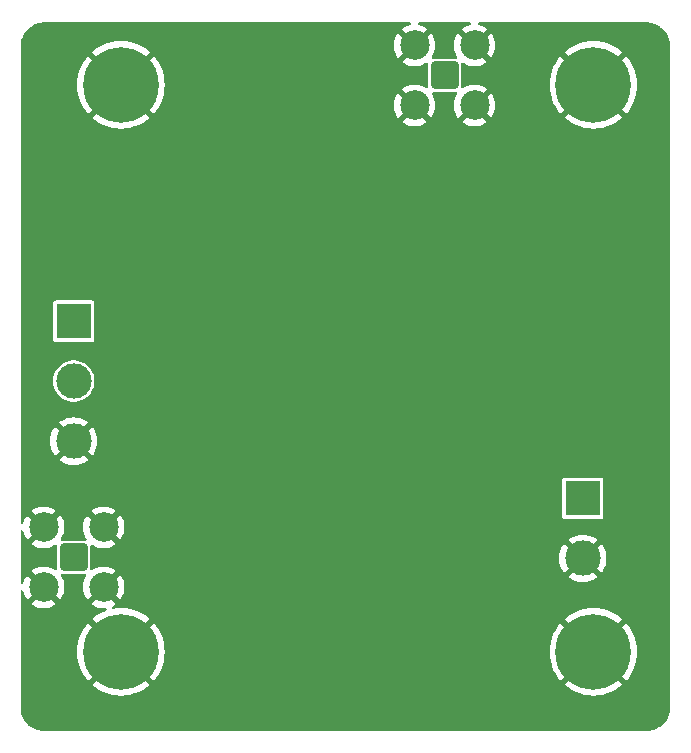
<source format=gbr>
%TF.GenerationSoftware,KiCad,Pcbnew,7.0.6*%
%TF.CreationDate,2023-07-22T11:20:37-03:00*%
%TF.ProjectId,MiniAsic_2020,4d696e69-4173-4696-935f-323032302e6b,rev?*%
%TF.SameCoordinates,Original*%
%TF.FileFunction,Copper,L2,Bot*%
%TF.FilePolarity,Positive*%
%FSLAX46Y46*%
G04 Gerber Fmt 4.6, Leading zero omitted, Abs format (unit mm)*
G04 Created by KiCad (PCBNEW 7.0.6) date 2023-07-22 11:20:37*
%MOMM*%
%LPD*%
G01*
G04 APERTURE LIST*
G04 Aperture macros list*
%AMRoundRect*
0 Rectangle with rounded corners*
0 $1 Rounding radius*
0 $2 $3 $4 $5 $6 $7 $8 $9 X,Y pos of 4 corners*
0 Add a 4 corners polygon primitive as box body*
4,1,4,$2,$3,$4,$5,$6,$7,$8,$9,$2,$3,0*
0 Add four circle primitives for the rounded corners*
1,1,$1+$1,$2,$3*
1,1,$1+$1,$4,$5*
1,1,$1+$1,$6,$7*
1,1,$1+$1,$8,$9*
0 Add four rect primitives between the rounded corners*
20,1,$1+$1,$2,$3,$4,$5,0*
20,1,$1+$1,$4,$5,$6,$7,0*
20,1,$1+$1,$6,$7,$8,$9,0*
20,1,$1+$1,$8,$9,$2,$3,0*%
G04 Aperture macros list end*
%TA.AperFunction,ComponentPad*%
%ADD10RoundRect,0.200100X0.949900X-0.949900X0.949900X0.949900X-0.949900X0.949900X-0.949900X-0.949900X0*%
%TD*%
%TA.AperFunction,ComponentPad*%
%ADD11C,2.500000*%
%TD*%
%TA.AperFunction,ComponentPad*%
%ADD12C,0.800000*%
%TD*%
%TA.AperFunction,ComponentPad*%
%ADD13C,6.400000*%
%TD*%
%TA.AperFunction,ComponentPad*%
%ADD14RoundRect,0.200100X-0.949900X-0.949900X0.949900X-0.949900X0.949900X0.949900X-0.949900X0.949900X0*%
%TD*%
%TA.AperFunction,ComponentPad*%
%ADD15R,3.000000X3.000000*%
%TD*%
%TA.AperFunction,ComponentPad*%
%ADD16C,3.000000*%
%TD*%
%TA.AperFunction,ViaPad*%
%ADD17C,0.700000*%
%TD*%
G04 APERTURE END LIST*
D10*
%TO.P,J3,1,In*%
%TO.N,Net-(J3-In)*%
X124500000Y-105300000D03*
D11*
%TO.P,J3,2,Ext*%
%TO.N,GND*%
X121960000Y-107840000D03*
X127040000Y-107840000D03*
X121960000Y-102760000D03*
X127040000Y-102760000D03*
%TD*%
D12*
%TO.P,H3,1,1*%
%TO.N,GND*%
X126100000Y-113300000D03*
X126802944Y-111602944D03*
X126802944Y-114997056D03*
X128500000Y-110900000D03*
D13*
X128500000Y-113300000D03*
D12*
X128500000Y-115700000D03*
X130197056Y-111602944D03*
X130197056Y-114997056D03*
X130900000Y-113300000D03*
%TD*%
D14*
%TO.P,J4,1,In*%
%TO.N,Net-(J4-In)*%
X155900000Y-64500000D03*
D11*
%TO.P,J4,2,Ext*%
%TO.N,GND*%
X153360000Y-61960000D03*
X153360000Y-67040000D03*
X158440000Y-61960000D03*
X158440000Y-67040000D03*
%TD*%
D12*
%TO.P,H1,1,1*%
%TO.N,GND*%
X126100000Y-65300000D03*
X126802944Y-63602944D03*
X126802944Y-66997056D03*
X128500000Y-62900000D03*
D13*
X128500000Y-65300000D03*
D12*
X128500000Y-67700000D03*
X130197056Y-63602944D03*
X130197056Y-66997056D03*
X130900000Y-65300000D03*
%TD*%
D15*
%TO.P,J2,1,Pin_1*%
%TO.N,+3V3*%
X167600000Y-100300000D03*
D16*
%TO.P,J2,2,Pin_2*%
%TO.N,GND*%
X167600000Y-105380000D03*
%TD*%
D15*
%TO.P,J1,1,Pin_1*%
%TO.N,/VG*%
X124500000Y-85300000D03*
D16*
%TO.P,J1,2,Pin_2*%
%TO.N,+1V8*%
X124500000Y-90380000D03*
%TO.P,J1,3,Pin_3*%
%TO.N,GND*%
X124500000Y-95460000D03*
%TD*%
D12*
%TO.P,H2,1,1*%
%TO.N,GND*%
X166100000Y-65300000D03*
X166802944Y-63602944D03*
X166802944Y-66997056D03*
X168500000Y-62900000D03*
D13*
X168500000Y-65300000D03*
D12*
X168500000Y-67700000D03*
X170197056Y-63602944D03*
X170197056Y-66997056D03*
X170900000Y-65300000D03*
%TD*%
%TO.P,H4,1,1*%
%TO.N,GND*%
X166100000Y-113300000D03*
X166802944Y-111602944D03*
X166802944Y-114997056D03*
X168500000Y-110900000D03*
D13*
X168500000Y-113300000D03*
D12*
X168500000Y-115700000D03*
X170197056Y-111602944D03*
X170197056Y-114997056D03*
X170900000Y-113300000D03*
%TD*%
D17*
%TO.N,GND*%
X172500000Y-85300000D03*
X172500000Y-61300000D03*
X140500000Y-61300000D03*
X148500000Y-69300000D03*
X148500000Y-101300000D03*
X132500000Y-109300000D03*
X124500000Y-69300000D03*
X164500000Y-117300000D03*
X148500000Y-109300000D03*
X140500000Y-117300000D03*
X172500000Y-69300000D03*
X140500000Y-101300000D03*
X132500000Y-101300000D03*
X164500000Y-93300000D03*
X172500000Y-109300000D03*
X132500000Y-93300000D03*
X140500000Y-93300000D03*
X164500000Y-69300000D03*
X148500000Y-85300000D03*
X164500000Y-101300000D03*
X172500000Y-101300000D03*
X164500000Y-61300000D03*
X164500000Y-85300000D03*
X140500000Y-77300000D03*
X124500000Y-77300000D03*
X140500000Y-69300000D03*
X164500000Y-109300000D03*
X172500000Y-77300000D03*
X148500000Y-61300000D03*
X140500000Y-109300000D03*
X124500000Y-61300000D03*
X172500000Y-93300000D03*
X172500000Y-117300000D03*
X132500000Y-69300000D03*
X140500000Y-85300000D03*
X124500000Y-101300000D03*
X132500000Y-77300000D03*
X132500000Y-61300000D03*
X132500000Y-117300000D03*
X148500000Y-93300000D03*
X156500000Y-109300000D03*
X164500000Y-77300000D03*
X124500000Y-117300000D03*
X148500000Y-117300000D03*
X148500000Y-77300000D03*
X124500000Y-109300000D03*
X156500000Y-117300000D03*
%TD*%
%TA.AperFunction,Conductor*%
%TO.N,GND*%
G36*
X170356421Y-114802868D02*
G01*
X170294601Y-114761561D01*
X170221680Y-114747056D01*
X170172432Y-114747056D01*
X170099511Y-114761561D01*
X170016816Y-114816816D01*
X169961561Y-114899511D01*
X169942158Y-114997056D01*
X169961561Y-115094601D01*
X170002867Y-115156420D01*
X169444180Y-114597733D01*
X169634870Y-114434870D01*
X169797733Y-114244180D01*
X170356421Y-114802868D01*
G37*
%TD.AperFunction*%
%TA.AperFunction,Conductor*%
G36*
X167365130Y-114434870D02*
G01*
X167555819Y-114597733D01*
X166997135Y-115156416D01*
X167038439Y-115094601D01*
X167057842Y-114997056D01*
X167038439Y-114899511D01*
X166983184Y-114816816D01*
X166900489Y-114761561D01*
X166827568Y-114747056D01*
X166778320Y-114747056D01*
X166705399Y-114761561D01*
X166643577Y-114802868D01*
X167202266Y-114244180D01*
X167365130Y-114434870D01*
G37*
%TD.AperFunction*%
%TA.AperFunction,Conductor*%
G36*
X167555819Y-112002266D02*
G01*
X167365130Y-112165130D01*
X167202266Y-112355818D01*
X166643582Y-111797134D01*
X166705399Y-111838439D01*
X166778320Y-111852944D01*
X166827568Y-111852944D01*
X166900489Y-111838439D01*
X166983184Y-111783184D01*
X167038439Y-111700489D01*
X167057842Y-111602944D01*
X167038439Y-111505399D01*
X166997133Y-111443581D01*
X167555819Y-112002266D01*
G37*
%TD.AperFunction*%
%TA.AperFunction,Conductor*%
G36*
X169961561Y-111505399D02*
G01*
X169942158Y-111602944D01*
X169961561Y-111700489D01*
X170016816Y-111783184D01*
X170099511Y-111838439D01*
X170172432Y-111852944D01*
X170221680Y-111852944D01*
X170294601Y-111838439D01*
X170356415Y-111797135D01*
X169797732Y-112355818D01*
X169634870Y-112165130D01*
X169444180Y-112002266D01*
X170002867Y-111443578D01*
X169961561Y-111505399D01*
G37*
%TD.AperFunction*%
%TA.AperFunction,Conductor*%
G36*
X130356421Y-66802868D02*
G01*
X130294601Y-66761561D01*
X130221680Y-66747056D01*
X130172432Y-66747056D01*
X130099511Y-66761561D01*
X130016816Y-66816816D01*
X129961561Y-66899511D01*
X129942158Y-66997056D01*
X129961561Y-67094601D01*
X130002867Y-67156420D01*
X129444180Y-66597733D01*
X129634870Y-66434870D01*
X129797733Y-66244180D01*
X130356421Y-66802868D01*
G37*
%TD.AperFunction*%
%TA.AperFunction,Conductor*%
G36*
X127365130Y-66434870D02*
G01*
X127555819Y-66597733D01*
X126997135Y-67156416D01*
X127038439Y-67094601D01*
X127057842Y-66997056D01*
X127038439Y-66899511D01*
X126983184Y-66816816D01*
X126900489Y-66761561D01*
X126827568Y-66747056D01*
X126778320Y-66747056D01*
X126705399Y-66761561D01*
X126643577Y-66802868D01*
X127202266Y-66244180D01*
X127365130Y-66434870D01*
G37*
%TD.AperFunction*%
%TA.AperFunction,Conductor*%
G36*
X127555819Y-64002266D02*
G01*
X127365130Y-64165130D01*
X127202266Y-64355818D01*
X126643582Y-63797134D01*
X126705399Y-63838439D01*
X126778320Y-63852944D01*
X126827568Y-63852944D01*
X126900489Y-63838439D01*
X126983184Y-63783184D01*
X127038439Y-63700489D01*
X127057842Y-63602944D01*
X127038439Y-63505399D01*
X126997133Y-63443581D01*
X127555819Y-64002266D01*
G37*
%TD.AperFunction*%
%TA.AperFunction,Conductor*%
G36*
X129961561Y-63505399D02*
G01*
X129942158Y-63602944D01*
X129961561Y-63700489D01*
X130016816Y-63783184D01*
X130099511Y-63838439D01*
X130172432Y-63852944D01*
X130221680Y-63852944D01*
X130294601Y-63838439D01*
X130356414Y-63797136D01*
X129797732Y-64355818D01*
X129634870Y-64165130D01*
X129444180Y-64002266D01*
X130002867Y-63443578D01*
X129961561Y-63505399D01*
G37*
%TD.AperFunction*%
%TA.AperFunction,Conductor*%
G36*
X170356421Y-66802868D02*
G01*
X170294601Y-66761561D01*
X170221680Y-66747056D01*
X170172432Y-66747056D01*
X170099511Y-66761561D01*
X170016816Y-66816816D01*
X169961561Y-66899511D01*
X169942158Y-66997056D01*
X169961561Y-67094601D01*
X170002867Y-67156420D01*
X169444180Y-66597733D01*
X169634870Y-66434870D01*
X169797733Y-66244180D01*
X170356421Y-66802868D01*
G37*
%TD.AperFunction*%
%TA.AperFunction,Conductor*%
G36*
X167365130Y-66434870D02*
G01*
X167555819Y-66597733D01*
X166997135Y-67156416D01*
X167038439Y-67094601D01*
X167057842Y-66997056D01*
X167038439Y-66899511D01*
X166983184Y-66816816D01*
X166900489Y-66761561D01*
X166827568Y-66747056D01*
X166778320Y-66747056D01*
X166705399Y-66761561D01*
X166643577Y-66802868D01*
X167202266Y-66244180D01*
X167365130Y-66434870D01*
G37*
%TD.AperFunction*%
%TA.AperFunction,Conductor*%
G36*
X167555819Y-64002266D02*
G01*
X167365130Y-64165130D01*
X167202266Y-64355818D01*
X166643582Y-63797134D01*
X166705399Y-63838439D01*
X166778320Y-63852944D01*
X166827568Y-63852944D01*
X166900489Y-63838439D01*
X166983184Y-63783184D01*
X167038439Y-63700489D01*
X167057842Y-63602944D01*
X167038439Y-63505399D01*
X166997133Y-63443581D01*
X167555819Y-64002266D01*
G37*
%TD.AperFunction*%
%TA.AperFunction,Conductor*%
G36*
X169961561Y-63505399D02*
G01*
X169942158Y-63602944D01*
X169961561Y-63700489D01*
X170016816Y-63783184D01*
X170099511Y-63838439D01*
X170172432Y-63852944D01*
X170221680Y-63852944D01*
X170294601Y-63838439D01*
X170356415Y-63797135D01*
X169797732Y-64355818D01*
X169634870Y-64165130D01*
X169444180Y-64002266D01*
X170002867Y-63443578D01*
X169961561Y-63505399D01*
G37*
%TD.AperFunction*%
%TA.AperFunction,Conductor*%
G36*
X153031167Y-60020185D02*
G01*
X153076922Y-60072989D01*
X153086866Y-60142147D01*
X153057841Y-60205703D01*
X152999063Y-60243477D01*
X152982609Y-60247115D01*
X152969500Y-60249090D01*
X152969494Y-60249092D01*
X152718858Y-60326404D01*
X152718854Y-60326405D01*
X152482550Y-60440204D01*
X152482546Y-60440206D01*
X152310832Y-60557278D01*
X152961391Y-61207837D01*
X152842569Y-61279331D01*
X152708342Y-61406477D01*
X152605138Y-61558691D01*
X151957874Y-60911428D01*
X151910027Y-60971426D01*
X151778883Y-61198573D01*
X151683058Y-61442729D01*
X151624693Y-61698449D01*
X151624692Y-61698454D01*
X151605093Y-61959995D01*
X151605093Y-61960004D01*
X151624692Y-62221545D01*
X151624693Y-62221550D01*
X151683058Y-62477270D01*
X151778883Y-62721426D01*
X151778882Y-62721426D01*
X151910030Y-62948577D01*
X151957873Y-63008571D01*
X152608766Y-62357678D01*
X152652316Y-62439822D01*
X152772009Y-62580735D01*
X152919195Y-62692623D01*
X152961402Y-62712150D01*
X152310831Y-63362720D01*
X152482546Y-63479793D01*
X152482550Y-63479795D01*
X152718854Y-63593594D01*
X152718858Y-63593595D01*
X152969494Y-63670907D01*
X152969500Y-63670909D01*
X153228848Y-63709999D01*
X153228857Y-63710000D01*
X153491143Y-63710000D01*
X153491151Y-63709999D01*
X153750499Y-63670909D01*
X153750505Y-63670907D01*
X154001143Y-63593595D01*
X154237445Y-63479798D01*
X154237447Y-63479797D01*
X154305648Y-63433299D01*
X154372127Y-63411799D01*
X154439677Y-63429653D01*
X154486852Y-63481193D01*
X154499500Y-63535753D01*
X154499500Y-65464246D01*
X154479815Y-65531285D01*
X154427011Y-65577040D01*
X154357853Y-65586984D01*
X154305649Y-65566700D01*
X154237454Y-65520206D01*
X154237445Y-65520201D01*
X154001142Y-65406404D01*
X154001144Y-65406404D01*
X153750505Y-65329092D01*
X153750499Y-65329090D01*
X153491151Y-65290000D01*
X153228848Y-65290000D01*
X152969500Y-65329090D01*
X152969494Y-65329092D01*
X152718858Y-65406404D01*
X152718854Y-65406405D01*
X152482550Y-65520204D01*
X152482546Y-65520206D01*
X152310832Y-65637278D01*
X152961391Y-66287837D01*
X152842569Y-66359331D01*
X152708342Y-66486477D01*
X152605138Y-66638691D01*
X151957874Y-65991428D01*
X151910027Y-66051426D01*
X151778883Y-66278573D01*
X151683058Y-66522729D01*
X151624693Y-66778449D01*
X151624692Y-66778454D01*
X151605093Y-67039995D01*
X151605093Y-67040004D01*
X151624692Y-67301545D01*
X151624693Y-67301550D01*
X151683058Y-67557270D01*
X151778883Y-67801426D01*
X151778882Y-67801426D01*
X151910030Y-68028577D01*
X151957873Y-68088571D01*
X152608766Y-67437678D01*
X152652316Y-67519822D01*
X152772009Y-67660735D01*
X152919195Y-67772623D01*
X152961402Y-67792150D01*
X152310831Y-68442720D01*
X152482546Y-68559793D01*
X152482550Y-68559795D01*
X152718854Y-68673594D01*
X152718858Y-68673595D01*
X152969494Y-68750907D01*
X152969500Y-68750909D01*
X153228848Y-68789999D01*
X153228857Y-68790000D01*
X153491143Y-68790000D01*
X153491151Y-68789999D01*
X153750499Y-68750909D01*
X153750505Y-68750907D01*
X154001143Y-68673595D01*
X154237445Y-68559798D01*
X154237456Y-68559791D01*
X154409167Y-68442720D01*
X153758609Y-67792161D01*
X153877431Y-67720669D01*
X154011658Y-67593523D01*
X154114861Y-67441308D01*
X154762124Y-68088571D01*
X154809974Y-68028570D01*
X154941116Y-67801426D01*
X155036941Y-67557270D01*
X155095306Y-67301550D01*
X155095307Y-67301545D01*
X155114907Y-67040004D01*
X155114907Y-67039995D01*
X155095307Y-66778454D01*
X155095306Y-66778449D01*
X155036941Y-66522729D01*
X154941118Y-66278576D01*
X154830222Y-66086501D01*
X154813749Y-66018600D01*
X154836601Y-65952573D01*
X154891522Y-65909383D01*
X154937609Y-65900500D01*
X156862391Y-65900500D01*
X156929430Y-65920185D01*
X156975185Y-65972989D01*
X156985129Y-66042147D01*
X156969778Y-66086501D01*
X156858881Y-66278576D01*
X156763058Y-66522729D01*
X156704693Y-66778449D01*
X156704692Y-66778454D01*
X156685093Y-67039995D01*
X156685093Y-67040004D01*
X156704692Y-67301545D01*
X156704693Y-67301550D01*
X156763058Y-67557270D01*
X156858883Y-67801426D01*
X156858882Y-67801426D01*
X156990030Y-68028577D01*
X157037873Y-68088571D01*
X157688766Y-67437678D01*
X157732316Y-67519822D01*
X157852009Y-67660735D01*
X157999195Y-67772623D01*
X158041402Y-67792150D01*
X157390831Y-68442720D01*
X157562546Y-68559793D01*
X157562550Y-68559795D01*
X157798854Y-68673594D01*
X157798858Y-68673595D01*
X158049494Y-68750907D01*
X158049500Y-68750909D01*
X158308848Y-68789999D01*
X158308857Y-68790000D01*
X158571143Y-68790000D01*
X158571151Y-68789999D01*
X158830499Y-68750909D01*
X158830505Y-68750907D01*
X159081143Y-68673595D01*
X159317445Y-68559798D01*
X159317456Y-68559791D01*
X159489167Y-68442720D01*
X158838609Y-67792161D01*
X158957431Y-67720669D01*
X159091658Y-67593523D01*
X159194861Y-67441308D01*
X159842124Y-68088571D01*
X159889974Y-68028570D01*
X160021116Y-67801426D01*
X160116941Y-67557270D01*
X160175306Y-67301550D01*
X160175307Y-67301545D01*
X160194907Y-67040004D01*
X160194907Y-67039995D01*
X160175307Y-66778454D01*
X160175306Y-66778449D01*
X160116941Y-66522729D01*
X160021116Y-66278573D01*
X160021117Y-66278573D01*
X159889971Y-66051426D01*
X159842125Y-65991427D01*
X159191232Y-66642319D01*
X159147684Y-66560178D01*
X159027991Y-66419265D01*
X158880805Y-66307377D01*
X158838596Y-66287849D01*
X159489167Y-65637278D01*
X159317447Y-65520202D01*
X159317445Y-65520201D01*
X159081142Y-65406404D01*
X159081144Y-65406404D01*
X158830505Y-65329092D01*
X158830499Y-65329090D01*
X158637497Y-65300000D01*
X164794922Y-65300000D01*
X164815219Y-65687287D01*
X164875886Y-66070323D01*
X164875887Y-66070330D01*
X164976262Y-66444936D01*
X165115244Y-66806994D01*
X165291310Y-67152543D01*
X165502531Y-67477793D01*
X165711095Y-67735350D01*
X165711096Y-67735350D01*
X166608756Y-66837689D01*
X166567449Y-66899511D01*
X166548046Y-66997056D01*
X166567449Y-67094601D01*
X166622704Y-67177296D01*
X166705399Y-67232551D01*
X166778320Y-67247056D01*
X166827568Y-67247056D01*
X166900489Y-67232551D01*
X166962304Y-67191247D01*
X166064648Y-68088903D01*
X166064649Y-68088904D01*
X166322206Y-68297468D01*
X166647456Y-68508689D01*
X166993005Y-68684755D01*
X167355063Y-68823737D01*
X167729669Y-68924112D01*
X167729676Y-68924113D01*
X168112712Y-68984780D01*
X168499999Y-69005078D01*
X168500001Y-69005078D01*
X168887287Y-68984780D01*
X169270323Y-68924113D01*
X169270330Y-68924112D01*
X169644936Y-68823737D01*
X170006994Y-68684755D01*
X170352543Y-68508689D01*
X170677783Y-68297476D01*
X170677785Y-68297475D01*
X170935349Y-68088902D01*
X170037691Y-67191244D01*
X170099511Y-67232551D01*
X170172432Y-67247056D01*
X170221680Y-67247056D01*
X170294601Y-67232551D01*
X170377296Y-67177296D01*
X170432551Y-67094601D01*
X170451954Y-66997056D01*
X170432551Y-66899511D01*
X170391243Y-66837690D01*
X171288902Y-67735349D01*
X171497475Y-67477785D01*
X171497476Y-67477783D01*
X171708689Y-67152543D01*
X171884755Y-66806994D01*
X172023737Y-66444936D01*
X172124112Y-66070330D01*
X172124113Y-66070323D01*
X172184780Y-65687287D01*
X172205078Y-65300000D01*
X172205078Y-65299999D01*
X172184780Y-64912712D01*
X172124113Y-64529676D01*
X172124112Y-64529669D01*
X172023737Y-64155063D01*
X171884755Y-63793005D01*
X171708689Y-63447456D01*
X171497468Y-63122206D01*
X171288904Y-62864649D01*
X171288903Y-62864648D01*
X170391247Y-63762303D01*
X170432551Y-63700489D01*
X170451954Y-63602944D01*
X170432551Y-63505399D01*
X170377296Y-63422704D01*
X170294601Y-63367449D01*
X170221680Y-63352944D01*
X170172432Y-63352944D01*
X170099511Y-63367449D01*
X170037690Y-63408755D01*
X170935350Y-62511096D01*
X170935350Y-62511095D01*
X170677793Y-62302531D01*
X170352543Y-62091310D01*
X170006994Y-61915244D01*
X169644936Y-61776262D01*
X169270330Y-61675887D01*
X169270323Y-61675886D01*
X168887287Y-61615219D01*
X168500001Y-61594922D01*
X168499999Y-61594922D01*
X168112712Y-61615219D01*
X167729676Y-61675886D01*
X167729669Y-61675887D01*
X167355063Y-61776262D01*
X166993005Y-61915244D01*
X166647456Y-62091310D01*
X166322206Y-62302531D01*
X166064648Y-62511095D01*
X166064648Y-62511096D01*
X166962306Y-63408754D01*
X166900489Y-63367449D01*
X166827568Y-63352944D01*
X166778320Y-63352944D01*
X166705399Y-63367449D01*
X166622704Y-63422704D01*
X166567449Y-63505399D01*
X166548046Y-63602944D01*
X166567449Y-63700489D01*
X166608753Y-63762305D01*
X165711096Y-62864648D01*
X165711095Y-62864648D01*
X165502531Y-63122206D01*
X165291310Y-63447456D01*
X165115244Y-63793005D01*
X164976262Y-64155063D01*
X164875887Y-64529669D01*
X164875886Y-64529676D01*
X164815219Y-64912712D01*
X164794922Y-65299999D01*
X164794922Y-65300000D01*
X158637497Y-65300000D01*
X158571151Y-65290000D01*
X158308848Y-65290000D01*
X158049500Y-65329090D01*
X158049494Y-65329092D01*
X157798858Y-65406404D01*
X157798854Y-65406405D01*
X157562550Y-65520204D01*
X157562546Y-65520206D01*
X157494351Y-65566701D01*
X157427872Y-65588201D01*
X157360322Y-65570347D01*
X157313148Y-65518806D01*
X157300500Y-65464247D01*
X157300500Y-63535752D01*
X157320185Y-63468713D01*
X157372989Y-63422958D01*
X157442147Y-63413014D01*
X157494352Y-63433299D01*
X157562544Y-63479791D01*
X157562550Y-63479795D01*
X157798854Y-63593594D01*
X157798858Y-63593595D01*
X158049494Y-63670907D01*
X158049500Y-63670909D01*
X158308848Y-63709999D01*
X158308857Y-63710000D01*
X158571143Y-63710000D01*
X158571151Y-63709999D01*
X158830499Y-63670909D01*
X158830505Y-63670907D01*
X159081143Y-63593595D01*
X159317445Y-63479798D01*
X159317456Y-63479791D01*
X159489167Y-63362720D01*
X158838609Y-62712162D01*
X158957431Y-62640669D01*
X159091658Y-62513523D01*
X159194861Y-62361308D01*
X159842124Y-63008571D01*
X159889974Y-62948570D01*
X160021116Y-62721426D01*
X160116941Y-62477270D01*
X160175306Y-62221550D01*
X160175307Y-62221545D01*
X160194907Y-61960004D01*
X160194907Y-61959995D01*
X160175307Y-61698454D01*
X160175306Y-61698449D01*
X160116941Y-61442729D01*
X160021116Y-61198573D01*
X160021117Y-61198573D01*
X159889971Y-60971426D01*
X159842125Y-60911427D01*
X159191232Y-61562319D01*
X159147684Y-61480178D01*
X159027991Y-61339265D01*
X158880805Y-61227377D01*
X158838596Y-61207849D01*
X159489167Y-60557278D01*
X159317447Y-60440202D01*
X159317445Y-60440201D01*
X159081142Y-60326404D01*
X159081144Y-60326404D01*
X158830505Y-60249092D01*
X158830499Y-60249090D01*
X158817391Y-60247115D01*
X158754034Y-60217659D01*
X158716660Y-60158625D01*
X158717135Y-60088757D01*
X158755308Y-60030237D01*
X158819060Y-60001645D01*
X158835872Y-60000500D01*
X160199901Y-60000500D01*
X172997964Y-60000500D01*
X173002019Y-60000633D01*
X173037198Y-60002938D01*
X173083708Y-60005986D01*
X173265459Y-60018985D01*
X173273100Y-60020015D01*
X173366738Y-60038641D01*
X173389420Y-60043153D01*
X173415023Y-60048722D01*
X173533666Y-60074531D01*
X173540383Y-60076395D01*
X173659437Y-60116809D01*
X173756671Y-60153076D01*
X173791741Y-60166157D01*
X173797499Y-60168643D01*
X173912952Y-60225578D01*
X174034906Y-60292170D01*
X174039634Y-60295032D01*
X174096571Y-60333076D01*
X174146649Y-60366537D01*
X174149358Y-60368454D01*
X174258652Y-60450271D01*
X174262345Y-60453265D01*
X174359502Y-60538469D01*
X174362448Y-60541228D01*
X174458769Y-60637549D01*
X174461526Y-60640492D01*
X174546729Y-60737648D01*
X174549732Y-60741353D01*
X174601564Y-60810592D01*
X174631543Y-60850639D01*
X174633461Y-60853349D01*
X174704962Y-60960357D01*
X174707828Y-60965091D01*
X174774421Y-61087047D01*
X174831355Y-61202499D01*
X174833841Y-61208257D01*
X174870212Y-61305768D01*
X174883196Y-61340578D01*
X174888289Y-61355581D01*
X174923597Y-61459596D01*
X174925472Y-61466352D01*
X174956846Y-61610579D01*
X174979980Y-61726880D01*
X174981015Y-61734560D01*
X174994017Y-61916350D01*
X174999367Y-61997966D01*
X174999500Y-62002023D01*
X174999500Y-117997975D01*
X174999367Y-118002032D01*
X174994017Y-118083648D01*
X174981015Y-118265438D01*
X174979980Y-118273118D01*
X174956846Y-118389420D01*
X174925472Y-118533646D01*
X174923597Y-118540401D01*
X174889297Y-118641448D01*
X174883208Y-118659388D01*
X174883195Y-118659425D01*
X174833841Y-118791741D01*
X174831355Y-118797499D01*
X174774421Y-118912952D01*
X174707828Y-119034907D01*
X174704961Y-119039641D01*
X174633461Y-119146649D01*
X174631543Y-119149359D01*
X174549744Y-119258631D01*
X174546723Y-119262357D01*
X174461529Y-119359502D01*
X174458755Y-119362464D01*
X174362464Y-119458755D01*
X174359502Y-119461529D01*
X174262357Y-119546723D01*
X174258631Y-119549744D01*
X174149359Y-119631543D01*
X174146649Y-119633461D01*
X174039641Y-119704961D01*
X174034907Y-119707828D01*
X173912952Y-119774421D01*
X173797499Y-119831355D01*
X173791741Y-119833841D01*
X173670956Y-119878893D01*
X173659418Y-119883197D01*
X173540401Y-119923597D01*
X173533646Y-119925472D01*
X173389420Y-119956846D01*
X173273118Y-119979980D01*
X173265438Y-119981015D01*
X173083648Y-119994017D01*
X173032582Y-119997364D01*
X173002025Y-119999367D01*
X172997976Y-119999500D01*
X122002024Y-119999500D01*
X121997974Y-119999367D01*
X121959954Y-119996875D01*
X121916350Y-119994017D01*
X121734560Y-119981015D01*
X121726880Y-119979980D01*
X121610579Y-119956846D01*
X121466352Y-119925472D01*
X121459596Y-119923597D01*
X121427881Y-119912831D01*
X121340578Y-119883196D01*
X121305768Y-119870212D01*
X121208257Y-119833841D01*
X121202499Y-119831355D01*
X121087047Y-119774421D01*
X120965091Y-119707828D01*
X120960357Y-119704962D01*
X120853349Y-119633461D01*
X120850639Y-119631543D01*
X120810592Y-119601564D01*
X120741353Y-119549732D01*
X120737648Y-119546729D01*
X120640492Y-119461526D01*
X120637549Y-119458769D01*
X120541228Y-119362448D01*
X120538469Y-119359502D01*
X120505450Y-119321851D01*
X120453265Y-119262345D01*
X120450271Y-119258652D01*
X120368454Y-119149358D01*
X120366537Y-119146649D01*
X120295036Y-119039641D01*
X120292170Y-119034906D01*
X120225578Y-118912952D01*
X120168643Y-118797499D01*
X120166157Y-118791741D01*
X120153076Y-118756671D01*
X120116805Y-118659425D01*
X120076395Y-118540383D01*
X120074531Y-118533666D01*
X120043153Y-118389420D01*
X120038641Y-118366738D01*
X120020015Y-118273100D01*
X120018985Y-118265459D01*
X120005986Y-118083708D01*
X120002938Y-118037198D01*
X120000633Y-118002019D01*
X120000500Y-117997964D01*
X120000500Y-108219826D01*
X120020185Y-108152787D01*
X120072989Y-108107032D01*
X120142147Y-108097088D01*
X120205703Y-108126113D01*
X120243477Y-108184891D01*
X120245391Y-108192234D01*
X120283058Y-108357270D01*
X120378883Y-108601426D01*
X120378882Y-108601426D01*
X120510030Y-108828577D01*
X120557873Y-108888571D01*
X120557874Y-108888571D01*
X121208766Y-108237679D01*
X121252316Y-108319822D01*
X121372009Y-108460735D01*
X121519195Y-108572623D01*
X121561402Y-108592150D01*
X120910831Y-109242720D01*
X121082546Y-109359793D01*
X121082550Y-109359795D01*
X121318854Y-109473594D01*
X121318858Y-109473595D01*
X121569494Y-109550907D01*
X121569500Y-109550909D01*
X121828848Y-109589999D01*
X121828857Y-109590000D01*
X122091143Y-109590000D01*
X122091151Y-109589999D01*
X122350499Y-109550909D01*
X122350505Y-109550907D01*
X122601143Y-109473595D01*
X122837445Y-109359798D01*
X122837456Y-109359791D01*
X123009167Y-109242720D01*
X122358609Y-108592161D01*
X122477431Y-108520669D01*
X122611658Y-108393523D01*
X122714861Y-108241308D01*
X123362124Y-108888571D01*
X123409974Y-108828570D01*
X123541116Y-108601426D01*
X123636941Y-108357270D01*
X123695306Y-108101550D01*
X123695307Y-108101545D01*
X123714907Y-107840004D01*
X123714907Y-107839995D01*
X123695307Y-107578454D01*
X123695306Y-107578449D01*
X123636941Y-107322729D01*
X123541118Y-107078576D01*
X123430222Y-106886501D01*
X123413749Y-106818600D01*
X123436601Y-106752573D01*
X123491522Y-106709383D01*
X123537609Y-106700500D01*
X125462391Y-106700500D01*
X125529430Y-106720185D01*
X125575185Y-106772989D01*
X125585129Y-106842147D01*
X125569778Y-106886501D01*
X125458881Y-107078576D01*
X125363058Y-107322729D01*
X125304693Y-107578449D01*
X125304692Y-107578454D01*
X125285093Y-107839995D01*
X125285093Y-107840004D01*
X125304692Y-108101545D01*
X125304693Y-108101550D01*
X125363058Y-108357270D01*
X125458883Y-108601426D01*
X125458882Y-108601426D01*
X125590030Y-108828577D01*
X125637873Y-108888571D01*
X126288766Y-108237678D01*
X126332316Y-108319822D01*
X126452009Y-108460735D01*
X126599195Y-108572623D01*
X126641402Y-108592150D01*
X125990831Y-109242720D01*
X126162546Y-109359793D01*
X126162550Y-109359795D01*
X126398854Y-109473594D01*
X126398858Y-109473595D01*
X126649494Y-109550907D01*
X126649500Y-109550909D01*
X126908848Y-109589999D01*
X126908857Y-109590000D01*
X127171251Y-109590000D01*
X127238290Y-109609685D01*
X127284045Y-109662489D01*
X127293989Y-109731647D01*
X127264964Y-109795203D01*
X127215689Y-109829764D01*
X126993005Y-109915244D01*
X126647456Y-110091310D01*
X126322206Y-110302531D01*
X126064648Y-110511095D01*
X126064648Y-110511096D01*
X126962306Y-111408754D01*
X126900489Y-111367449D01*
X126827568Y-111352944D01*
X126778320Y-111352944D01*
X126705399Y-111367449D01*
X126622704Y-111422704D01*
X126567449Y-111505399D01*
X126548046Y-111602944D01*
X126567449Y-111700489D01*
X126608753Y-111762305D01*
X125711096Y-110864648D01*
X125711095Y-110864648D01*
X125502531Y-111122206D01*
X125291310Y-111447456D01*
X125115244Y-111793005D01*
X124976262Y-112155063D01*
X124875887Y-112529669D01*
X124875886Y-112529676D01*
X124815219Y-112912712D01*
X124794922Y-113299999D01*
X124794922Y-113300000D01*
X124815219Y-113687287D01*
X124875886Y-114070323D01*
X124875887Y-114070330D01*
X124976262Y-114444936D01*
X125115244Y-114806994D01*
X125291310Y-115152543D01*
X125502531Y-115477793D01*
X125711095Y-115735350D01*
X125711096Y-115735350D01*
X126608756Y-114837689D01*
X126567449Y-114899511D01*
X126548046Y-114997056D01*
X126567449Y-115094601D01*
X126622704Y-115177296D01*
X126705399Y-115232551D01*
X126778320Y-115247056D01*
X126827568Y-115247056D01*
X126900489Y-115232551D01*
X126962304Y-115191247D01*
X126064648Y-116088903D01*
X126064649Y-116088904D01*
X126322206Y-116297468D01*
X126647456Y-116508689D01*
X126993005Y-116684755D01*
X127355063Y-116823737D01*
X127729669Y-116924112D01*
X127729676Y-116924113D01*
X128112712Y-116984780D01*
X128499999Y-117005078D01*
X128500001Y-117005078D01*
X128887287Y-116984780D01*
X129270323Y-116924113D01*
X129270330Y-116924112D01*
X129644936Y-116823737D01*
X130006994Y-116684755D01*
X130352543Y-116508689D01*
X130677783Y-116297476D01*
X130677785Y-116297475D01*
X130935349Y-116088902D01*
X130037691Y-115191244D01*
X130099511Y-115232551D01*
X130172432Y-115247056D01*
X130221680Y-115247056D01*
X130294601Y-115232551D01*
X130377296Y-115177296D01*
X130432551Y-115094601D01*
X130451954Y-114997056D01*
X130432551Y-114899511D01*
X130391245Y-114837692D01*
X131288902Y-115735349D01*
X131497475Y-115477785D01*
X131497476Y-115477783D01*
X131708689Y-115152543D01*
X131884755Y-114806994D01*
X132023737Y-114444936D01*
X132124112Y-114070330D01*
X132124113Y-114070323D01*
X132184780Y-113687287D01*
X132205078Y-113300000D01*
X164794922Y-113300000D01*
X164815219Y-113687287D01*
X164875886Y-114070323D01*
X164875887Y-114070330D01*
X164976262Y-114444936D01*
X165115244Y-114806994D01*
X165291310Y-115152543D01*
X165502531Y-115477793D01*
X165711095Y-115735350D01*
X165711096Y-115735350D01*
X166608756Y-114837689D01*
X166567449Y-114899511D01*
X166548046Y-114997056D01*
X166567449Y-115094601D01*
X166622704Y-115177296D01*
X166705399Y-115232551D01*
X166778320Y-115247056D01*
X166827568Y-115247056D01*
X166900489Y-115232551D01*
X166962304Y-115191247D01*
X166064648Y-116088903D01*
X166064649Y-116088904D01*
X166322206Y-116297468D01*
X166647456Y-116508689D01*
X166993005Y-116684755D01*
X167355063Y-116823737D01*
X167729669Y-116924112D01*
X167729676Y-116924113D01*
X168112712Y-116984780D01*
X168499999Y-117005078D01*
X168500001Y-117005078D01*
X168887287Y-116984780D01*
X169270323Y-116924113D01*
X169270330Y-116924112D01*
X169644936Y-116823737D01*
X170006994Y-116684755D01*
X170352543Y-116508689D01*
X170677783Y-116297476D01*
X170677785Y-116297475D01*
X170935349Y-116088902D01*
X170037691Y-115191244D01*
X170099511Y-115232551D01*
X170172432Y-115247056D01*
X170221680Y-115247056D01*
X170294601Y-115232551D01*
X170377296Y-115177296D01*
X170432551Y-115094601D01*
X170451954Y-114997056D01*
X170432551Y-114899511D01*
X170391243Y-114837690D01*
X171288902Y-115735349D01*
X171497475Y-115477785D01*
X171497476Y-115477783D01*
X171708689Y-115152543D01*
X171884755Y-114806994D01*
X172023737Y-114444936D01*
X172124112Y-114070330D01*
X172124113Y-114070323D01*
X172184780Y-113687287D01*
X172205078Y-113300000D01*
X172205078Y-113299999D01*
X172184780Y-112912712D01*
X172124113Y-112529676D01*
X172124112Y-112529669D01*
X172023737Y-112155063D01*
X171884755Y-111793005D01*
X171708689Y-111447456D01*
X171497468Y-111122206D01*
X171288904Y-110864649D01*
X171288903Y-110864648D01*
X170391247Y-111762303D01*
X170432551Y-111700489D01*
X170451954Y-111602944D01*
X170432551Y-111505399D01*
X170377296Y-111422704D01*
X170294601Y-111367449D01*
X170221680Y-111352944D01*
X170172432Y-111352944D01*
X170099511Y-111367449D01*
X170037690Y-111408755D01*
X170935350Y-110511096D01*
X170935350Y-110511095D01*
X170677793Y-110302531D01*
X170352543Y-110091310D01*
X170006994Y-109915244D01*
X169644936Y-109776262D01*
X169270330Y-109675887D01*
X169270323Y-109675886D01*
X168887287Y-109615219D01*
X168500001Y-109594922D01*
X168499999Y-109594922D01*
X168112712Y-109615219D01*
X167729676Y-109675886D01*
X167729669Y-109675887D01*
X167355063Y-109776262D01*
X166993005Y-109915244D01*
X166647456Y-110091310D01*
X166322206Y-110302531D01*
X166064648Y-110511095D01*
X166064648Y-110511096D01*
X166962306Y-111408754D01*
X166900489Y-111367449D01*
X166827568Y-111352944D01*
X166778320Y-111352944D01*
X166705399Y-111367449D01*
X166622704Y-111422704D01*
X166567449Y-111505399D01*
X166548046Y-111602944D01*
X166567449Y-111700489D01*
X166608753Y-111762305D01*
X165711096Y-110864648D01*
X165711095Y-110864648D01*
X165502531Y-111122206D01*
X165291310Y-111447456D01*
X165115244Y-111793005D01*
X164976262Y-112155063D01*
X164875887Y-112529669D01*
X164875886Y-112529676D01*
X164815219Y-112912712D01*
X164794922Y-113299999D01*
X164794922Y-113300000D01*
X132205078Y-113300000D01*
X132205078Y-113299999D01*
X132184780Y-112912712D01*
X132124113Y-112529676D01*
X132124112Y-112529669D01*
X132023737Y-112155063D01*
X131884755Y-111793005D01*
X131708689Y-111447456D01*
X131497468Y-111122206D01*
X131288904Y-110864649D01*
X131288903Y-110864648D01*
X130391247Y-111762303D01*
X130432551Y-111700489D01*
X130451954Y-111602944D01*
X130432551Y-111505399D01*
X130377296Y-111422704D01*
X130294601Y-111367449D01*
X130221680Y-111352944D01*
X130172432Y-111352944D01*
X130099511Y-111367449D01*
X130037690Y-111408755D01*
X130935350Y-110511096D01*
X130935350Y-110511095D01*
X130677793Y-110302531D01*
X130352543Y-110091310D01*
X130006994Y-109915244D01*
X129644936Y-109776262D01*
X129270330Y-109675887D01*
X129270323Y-109675886D01*
X128887287Y-109615219D01*
X128500001Y-109594922D01*
X128499999Y-109594922D01*
X128112712Y-109615219D01*
X127865141Y-109654430D01*
X127795847Y-109645475D01*
X127742395Y-109600479D01*
X127721756Y-109533727D01*
X127740481Y-109466414D01*
X127791942Y-109420237D01*
X127917446Y-109359798D01*
X127917456Y-109359791D01*
X128089167Y-109242720D01*
X127438609Y-108592161D01*
X127557431Y-108520669D01*
X127691658Y-108393523D01*
X127794861Y-108241308D01*
X128442124Y-108888571D01*
X128489974Y-108828570D01*
X128621116Y-108601426D01*
X128716941Y-108357270D01*
X128775306Y-108101550D01*
X128775307Y-108101545D01*
X128794907Y-107840004D01*
X128794907Y-107839995D01*
X128775307Y-107578454D01*
X128775306Y-107578449D01*
X128716941Y-107322729D01*
X128621116Y-107078573D01*
X128621117Y-107078573D01*
X128489971Y-106851426D01*
X128442125Y-106791427D01*
X127791232Y-107442319D01*
X127747684Y-107360178D01*
X127627991Y-107219265D01*
X127480805Y-107107377D01*
X127438596Y-107087849D01*
X128089167Y-106437278D01*
X127917447Y-106320202D01*
X127917445Y-106320201D01*
X127681142Y-106206404D01*
X127681144Y-106206404D01*
X127430505Y-106129092D01*
X127430499Y-106129090D01*
X127171151Y-106090000D01*
X126908848Y-106090000D01*
X126649500Y-106129090D01*
X126649494Y-106129092D01*
X126398858Y-106206404D01*
X126398854Y-106206405D01*
X126162550Y-106320204D01*
X126162546Y-106320206D01*
X126094350Y-106366701D01*
X126027870Y-106388201D01*
X125960320Y-106370346D01*
X125913147Y-106318806D01*
X125900500Y-106264251D01*
X125900500Y-105380001D01*
X165594891Y-105380001D01*
X165615300Y-105665362D01*
X165676109Y-105944895D01*
X165776091Y-106212958D01*
X165913191Y-106464038D01*
X165913196Y-106464046D01*
X166019882Y-106606561D01*
X166019883Y-106606562D01*
X166915195Y-105711250D01*
X166937340Y-105762587D01*
X167043433Y-105905094D01*
X167179530Y-106019294D01*
X167269216Y-106064335D01*
X166373436Y-106960115D01*
X166515960Y-107066807D01*
X166515961Y-107066808D01*
X166767042Y-107203908D01*
X166767041Y-107203908D01*
X167035104Y-107303890D01*
X167314637Y-107364699D01*
X167599999Y-107385109D01*
X167600001Y-107385109D01*
X167885362Y-107364699D01*
X168164895Y-107303890D01*
X168432958Y-107203908D01*
X168684047Y-107066803D01*
X168826561Y-106960116D01*
X168826562Y-106960115D01*
X167933748Y-106067300D01*
X167943409Y-106063784D01*
X168091844Y-105966157D01*
X168213764Y-105836930D01*
X168285768Y-105712215D01*
X169180115Y-106606562D01*
X169180116Y-106606561D01*
X169286803Y-106464047D01*
X169423908Y-106212958D01*
X169523890Y-105944895D01*
X169584699Y-105665362D01*
X169605109Y-105380001D01*
X169605109Y-105379998D01*
X169584699Y-105094637D01*
X169523890Y-104815104D01*
X169423908Y-104547041D01*
X169286808Y-104295961D01*
X169286807Y-104295960D01*
X169180115Y-104153436D01*
X168284803Y-105048747D01*
X168262660Y-104997413D01*
X168156567Y-104854906D01*
X168020470Y-104740706D01*
X167930782Y-104695663D01*
X168826562Y-103799883D01*
X168826561Y-103799882D01*
X168684046Y-103693196D01*
X168684038Y-103693191D01*
X168432957Y-103556091D01*
X168432958Y-103556091D01*
X168164895Y-103456109D01*
X167885362Y-103395300D01*
X167600001Y-103374891D01*
X167599999Y-103374891D01*
X167314637Y-103395300D01*
X167035104Y-103456109D01*
X166767041Y-103556091D01*
X166515961Y-103693191D01*
X166515953Y-103693196D01*
X166373437Y-103799882D01*
X166373436Y-103799883D01*
X167266252Y-104692699D01*
X167256591Y-104696216D01*
X167108156Y-104793843D01*
X166986236Y-104923070D01*
X166914231Y-105047784D01*
X166019883Y-104153436D01*
X166019882Y-104153437D01*
X165913196Y-104295953D01*
X165913191Y-104295961D01*
X165776091Y-104547041D01*
X165676109Y-104815104D01*
X165615300Y-105094637D01*
X165594891Y-105379998D01*
X165594891Y-105380001D01*
X125900500Y-105380001D01*
X125900500Y-104335748D01*
X125920184Y-104268713D01*
X125972988Y-104222958D01*
X126042146Y-104213014D01*
X126094350Y-104233298D01*
X126162546Y-104279793D01*
X126162550Y-104279795D01*
X126398854Y-104393594D01*
X126398858Y-104393595D01*
X126649494Y-104470907D01*
X126649500Y-104470909D01*
X126908848Y-104509999D01*
X126908857Y-104510000D01*
X127171143Y-104510000D01*
X127171151Y-104509999D01*
X127430499Y-104470909D01*
X127430505Y-104470907D01*
X127681143Y-104393595D01*
X127917445Y-104279798D01*
X127917456Y-104279791D01*
X128089167Y-104162720D01*
X127438609Y-103512162D01*
X127557431Y-103440669D01*
X127691658Y-103313523D01*
X127794861Y-103161308D01*
X128442124Y-103808571D01*
X128489974Y-103748570D01*
X128621116Y-103521426D01*
X128716941Y-103277270D01*
X128775306Y-103021550D01*
X128775307Y-103021545D01*
X128794907Y-102760004D01*
X128794907Y-102759995D01*
X128775307Y-102498454D01*
X128775306Y-102498449D01*
X128716941Y-102242729D01*
X128621116Y-101998573D01*
X128621117Y-101998573D01*
X128520717Y-101824678D01*
X165849500Y-101824678D01*
X165864032Y-101897735D01*
X165864033Y-101897739D01*
X165864034Y-101897740D01*
X165919399Y-101980601D01*
X166002259Y-102035966D01*
X166002260Y-102035966D01*
X166002264Y-102035967D01*
X166075321Y-102050499D01*
X166075324Y-102050500D01*
X166075326Y-102050500D01*
X169124676Y-102050500D01*
X169124677Y-102050499D01*
X169197740Y-102035966D01*
X169280601Y-101980601D01*
X169335966Y-101897740D01*
X169350500Y-101824674D01*
X169350500Y-98775326D01*
X169350500Y-98775323D01*
X169350499Y-98775321D01*
X169335967Y-98702264D01*
X169335966Y-98702260D01*
X169335965Y-98702259D01*
X169280601Y-98619399D01*
X169197740Y-98564034D01*
X169197739Y-98564033D01*
X169197735Y-98564032D01*
X169124677Y-98549500D01*
X169124674Y-98549500D01*
X166075326Y-98549500D01*
X166075323Y-98549500D01*
X166002264Y-98564032D01*
X166002260Y-98564033D01*
X165919399Y-98619399D01*
X165864033Y-98702260D01*
X165864032Y-98702264D01*
X165849500Y-98775321D01*
X165849500Y-101824678D01*
X128520717Y-101824678D01*
X128489971Y-101771426D01*
X128442125Y-101711427D01*
X127791232Y-102362319D01*
X127747684Y-102280178D01*
X127627991Y-102139265D01*
X127480805Y-102027377D01*
X127438596Y-102007849D01*
X128089167Y-101357278D01*
X127917447Y-101240202D01*
X127917445Y-101240201D01*
X127681142Y-101126404D01*
X127681144Y-101126404D01*
X127430505Y-101049092D01*
X127430499Y-101049090D01*
X127171151Y-101010000D01*
X126908848Y-101010000D01*
X126649500Y-101049090D01*
X126649494Y-101049092D01*
X126398858Y-101126404D01*
X126398854Y-101126405D01*
X126162550Y-101240204D01*
X126162546Y-101240206D01*
X125990832Y-101357278D01*
X126641391Y-102007837D01*
X126522569Y-102079331D01*
X126388342Y-102206477D01*
X126285138Y-102358691D01*
X125637874Y-101711428D01*
X125590027Y-101771426D01*
X125458883Y-101998573D01*
X125363058Y-102242729D01*
X125304693Y-102498449D01*
X125304692Y-102498454D01*
X125285093Y-102759995D01*
X125285093Y-102760004D01*
X125304692Y-103021545D01*
X125304693Y-103021550D01*
X125363058Y-103277270D01*
X125458881Y-103521423D01*
X125569778Y-103713499D01*
X125586251Y-103781400D01*
X125563399Y-103847427D01*
X125508478Y-103890617D01*
X125462391Y-103899500D01*
X123537609Y-103899500D01*
X123470570Y-103879815D01*
X123424815Y-103827011D01*
X123414871Y-103757853D01*
X123430222Y-103713499D01*
X123541118Y-103521423D01*
X123636941Y-103277270D01*
X123695306Y-103021550D01*
X123695307Y-103021545D01*
X123714907Y-102760004D01*
X123714907Y-102759995D01*
X123695307Y-102498454D01*
X123695306Y-102498449D01*
X123636941Y-102242729D01*
X123541116Y-101998573D01*
X123541117Y-101998573D01*
X123409971Y-101771426D01*
X123362125Y-101711427D01*
X122711232Y-102362319D01*
X122667684Y-102280178D01*
X122547991Y-102139265D01*
X122400805Y-102027377D01*
X122358596Y-102007849D01*
X123009167Y-101357278D01*
X122837447Y-101240202D01*
X122837445Y-101240201D01*
X122601142Y-101126404D01*
X122601144Y-101126404D01*
X122350505Y-101049092D01*
X122350499Y-101049090D01*
X122091151Y-101010000D01*
X121828848Y-101010000D01*
X121569500Y-101049090D01*
X121569494Y-101049092D01*
X121318858Y-101126404D01*
X121318854Y-101126405D01*
X121082550Y-101240204D01*
X121082546Y-101240206D01*
X120910832Y-101357278D01*
X121561391Y-102007837D01*
X121442569Y-102079331D01*
X121308342Y-102206477D01*
X121205138Y-102358692D01*
X120557873Y-101711427D01*
X120510029Y-101771423D01*
X120378883Y-101998573D01*
X120283058Y-102242729D01*
X120245391Y-102407765D01*
X120211282Y-102468744D01*
X120149621Y-102501602D01*
X120079984Y-102495907D01*
X120024480Y-102453467D01*
X120000732Y-102387757D01*
X120000500Y-102380173D01*
X120000500Y-95460001D01*
X122494891Y-95460001D01*
X122515300Y-95745362D01*
X122576109Y-96024895D01*
X122676091Y-96292958D01*
X122813191Y-96544038D01*
X122813196Y-96544046D01*
X122919882Y-96686561D01*
X122919883Y-96686562D01*
X123815195Y-95791250D01*
X123837340Y-95842587D01*
X123943433Y-95985094D01*
X124079530Y-96099294D01*
X124169216Y-96144335D01*
X123273436Y-97040115D01*
X123415960Y-97146807D01*
X123415961Y-97146808D01*
X123667042Y-97283908D01*
X123667041Y-97283908D01*
X123935104Y-97383890D01*
X124214637Y-97444699D01*
X124499999Y-97465109D01*
X124500001Y-97465109D01*
X124785362Y-97444699D01*
X125064895Y-97383890D01*
X125332958Y-97283908D01*
X125584047Y-97146803D01*
X125726561Y-97040116D01*
X125726562Y-97040115D01*
X124833748Y-96147300D01*
X124843409Y-96143784D01*
X124991844Y-96046157D01*
X125113764Y-95916930D01*
X125185768Y-95792215D01*
X126080115Y-96686562D01*
X126080116Y-96686561D01*
X126186803Y-96544047D01*
X126323908Y-96292958D01*
X126423890Y-96024895D01*
X126484699Y-95745362D01*
X126505108Y-95460001D01*
X126505108Y-95459998D01*
X126484699Y-95174637D01*
X126423890Y-94895104D01*
X126323908Y-94627041D01*
X126186808Y-94375961D01*
X126186807Y-94375960D01*
X126080115Y-94233436D01*
X125184803Y-95128747D01*
X125162660Y-95077413D01*
X125056567Y-94934906D01*
X124920470Y-94820706D01*
X124830782Y-94775663D01*
X125726562Y-93879883D01*
X125726561Y-93879882D01*
X125584046Y-93773196D01*
X125584038Y-93773191D01*
X125332957Y-93636091D01*
X125332958Y-93636091D01*
X125064895Y-93536109D01*
X124785362Y-93475300D01*
X124500001Y-93454891D01*
X124499999Y-93454891D01*
X124214637Y-93475300D01*
X123935104Y-93536109D01*
X123667041Y-93636091D01*
X123415961Y-93773191D01*
X123415953Y-93773196D01*
X123273437Y-93879882D01*
X123273436Y-93879883D01*
X124166252Y-94772699D01*
X124156591Y-94776216D01*
X124008156Y-94873843D01*
X123886236Y-95003070D01*
X123814231Y-95127784D01*
X122919883Y-94233436D01*
X122919882Y-94233437D01*
X122813196Y-94375953D01*
X122813191Y-94375961D01*
X122676091Y-94627041D01*
X122576109Y-94895104D01*
X122515300Y-95174637D01*
X122494891Y-95459998D01*
X122494891Y-95460001D01*
X120000500Y-95460001D01*
X120000500Y-90380004D01*
X122744592Y-90380004D01*
X122764196Y-90641620D01*
X122764197Y-90641625D01*
X122822576Y-90897402D01*
X122822578Y-90897411D01*
X122822580Y-90897416D01*
X122918432Y-91141643D01*
X123049614Y-91368857D01*
X123181736Y-91534533D01*
X123213198Y-91573985D01*
X123394753Y-91742441D01*
X123405521Y-91752433D01*
X123622296Y-91900228D01*
X123622301Y-91900230D01*
X123622302Y-91900231D01*
X123622303Y-91900232D01*
X123747843Y-91960688D01*
X123858673Y-92014061D01*
X123858674Y-92014061D01*
X123858677Y-92014063D01*
X124109385Y-92091396D01*
X124368818Y-92130500D01*
X124631182Y-92130500D01*
X124890615Y-92091396D01*
X125141323Y-92014063D01*
X125377704Y-91900228D01*
X125594479Y-91752433D01*
X125786805Y-91573981D01*
X125950386Y-91368857D01*
X126081568Y-91141643D01*
X126177420Y-90897416D01*
X126235802Y-90641630D01*
X126255408Y-90380000D01*
X126235802Y-90118370D01*
X126177420Y-89862584D01*
X126081568Y-89618357D01*
X125950386Y-89391143D01*
X125786805Y-89186019D01*
X125786804Y-89186018D01*
X125786801Y-89186014D01*
X125594479Y-89007567D01*
X125594478Y-89007567D01*
X125377704Y-88859772D01*
X125377700Y-88859770D01*
X125377697Y-88859768D01*
X125377696Y-88859767D01*
X125141325Y-88745938D01*
X125141327Y-88745938D01*
X124890623Y-88668606D01*
X124890619Y-88668605D01*
X124890615Y-88668604D01*
X124765823Y-88649794D01*
X124631187Y-88629500D01*
X124631182Y-88629500D01*
X124368818Y-88629500D01*
X124368812Y-88629500D01*
X124207247Y-88653853D01*
X124109385Y-88668604D01*
X124109381Y-88668605D01*
X124109382Y-88668605D01*
X124109376Y-88668606D01*
X123858673Y-88745938D01*
X123622303Y-88859767D01*
X123622302Y-88859768D01*
X123405520Y-89007567D01*
X123213198Y-89186014D01*
X123049614Y-89391143D01*
X122918432Y-89618356D01*
X122822582Y-89862578D01*
X122822576Y-89862597D01*
X122764197Y-90118374D01*
X122764196Y-90118379D01*
X122744592Y-90379995D01*
X122744592Y-90380004D01*
X120000500Y-90380004D01*
X120000500Y-86824676D01*
X122749499Y-86824676D01*
X122749500Y-86824678D01*
X122764032Y-86897735D01*
X122764033Y-86897739D01*
X122764034Y-86897740D01*
X122819399Y-86980601D01*
X122902259Y-87035965D01*
X122902260Y-87035966D01*
X122902264Y-87035967D01*
X122975321Y-87050499D01*
X122975324Y-87050500D01*
X122975326Y-87050500D01*
X126024676Y-87050500D01*
X126024677Y-87050499D01*
X126097740Y-87035966D01*
X126180601Y-86980601D01*
X126235966Y-86897740D01*
X126250500Y-86824674D01*
X126250500Y-83775326D01*
X126250500Y-83775323D01*
X126250499Y-83775321D01*
X126235967Y-83702264D01*
X126235966Y-83702260D01*
X126235965Y-83702260D01*
X126180601Y-83619399D01*
X126097740Y-83564034D01*
X126097739Y-83564033D01*
X126097735Y-83564032D01*
X126024677Y-83549500D01*
X126024674Y-83549500D01*
X122975326Y-83549500D01*
X122975323Y-83549500D01*
X122902264Y-83564032D01*
X122902260Y-83564033D01*
X122819399Y-83619399D01*
X122764033Y-83702260D01*
X122764032Y-83702264D01*
X122749500Y-83775321D01*
X122749499Y-83775323D01*
X122749499Y-86824676D01*
X120000500Y-86824676D01*
X120000500Y-65300000D01*
X124794922Y-65300000D01*
X124815219Y-65687287D01*
X124875886Y-66070323D01*
X124875887Y-66070330D01*
X124976262Y-66444936D01*
X125115244Y-66806994D01*
X125291310Y-67152543D01*
X125502531Y-67477793D01*
X125711095Y-67735350D01*
X125711096Y-67735350D01*
X126608756Y-66837689D01*
X126567449Y-66899511D01*
X126548046Y-66997056D01*
X126567449Y-67094601D01*
X126622704Y-67177296D01*
X126705399Y-67232551D01*
X126778320Y-67247056D01*
X126827568Y-67247056D01*
X126900489Y-67232551D01*
X126962304Y-67191247D01*
X126064648Y-68088903D01*
X126064649Y-68088904D01*
X126322206Y-68297468D01*
X126647456Y-68508689D01*
X126993005Y-68684755D01*
X127355063Y-68823737D01*
X127729669Y-68924112D01*
X127729676Y-68924113D01*
X128112712Y-68984780D01*
X128499999Y-69005078D01*
X128500001Y-69005078D01*
X128887287Y-68984780D01*
X129270323Y-68924113D01*
X129270330Y-68924112D01*
X129644936Y-68823737D01*
X130006994Y-68684755D01*
X130352543Y-68508689D01*
X130677783Y-68297476D01*
X130677785Y-68297475D01*
X130935349Y-68088902D01*
X130037691Y-67191244D01*
X130099511Y-67232551D01*
X130172432Y-67247056D01*
X130221680Y-67247056D01*
X130294601Y-67232551D01*
X130377296Y-67177296D01*
X130432551Y-67094601D01*
X130451954Y-66997056D01*
X130432551Y-66899511D01*
X130391243Y-66837690D01*
X131288902Y-67735349D01*
X131497475Y-67477785D01*
X131497476Y-67477783D01*
X131708689Y-67152543D01*
X131884755Y-66806994D01*
X132023737Y-66444936D01*
X132124112Y-66070330D01*
X132124113Y-66070323D01*
X132184780Y-65687287D01*
X132205078Y-65300000D01*
X132205078Y-65299999D01*
X132184780Y-64912712D01*
X132124113Y-64529676D01*
X132124112Y-64529669D01*
X132023737Y-64155063D01*
X131884755Y-63793005D01*
X131708689Y-63447456D01*
X131497468Y-63122206D01*
X131288904Y-62864649D01*
X131288903Y-62864648D01*
X130391248Y-63762302D01*
X130432551Y-63700489D01*
X130451954Y-63602944D01*
X130432551Y-63505399D01*
X130377296Y-63422704D01*
X130294601Y-63367449D01*
X130221680Y-63352944D01*
X130172432Y-63352944D01*
X130099511Y-63367449D01*
X130037690Y-63408755D01*
X130935350Y-62511096D01*
X130935350Y-62511095D01*
X130677793Y-62302531D01*
X130352543Y-62091310D01*
X130006994Y-61915244D01*
X129644936Y-61776262D01*
X129270330Y-61675887D01*
X129270323Y-61675886D01*
X128887287Y-61615219D01*
X128500001Y-61594922D01*
X128499999Y-61594922D01*
X128112712Y-61615219D01*
X127729676Y-61675886D01*
X127729669Y-61675887D01*
X127355063Y-61776262D01*
X126993005Y-61915244D01*
X126647456Y-62091310D01*
X126322206Y-62302531D01*
X126064648Y-62511095D01*
X126064648Y-62511096D01*
X126962306Y-63408754D01*
X126900489Y-63367449D01*
X126827568Y-63352944D01*
X126778320Y-63352944D01*
X126705399Y-63367449D01*
X126622704Y-63422704D01*
X126567449Y-63505399D01*
X126548046Y-63602944D01*
X126567449Y-63700489D01*
X126608753Y-63762305D01*
X125711096Y-62864648D01*
X125711095Y-62864648D01*
X125502531Y-63122206D01*
X125291310Y-63447456D01*
X125115244Y-63793005D01*
X124976262Y-64155063D01*
X124875887Y-64529669D01*
X124875886Y-64529676D01*
X124815219Y-64912712D01*
X124794922Y-65299999D01*
X124794922Y-65300000D01*
X120000500Y-65300000D01*
X120000500Y-62002036D01*
X120000633Y-61997981D01*
X120005982Y-61916360D01*
X120006062Y-61915244D01*
X120018986Y-61734536D01*
X120020014Y-61726903D01*
X120043153Y-61610579D01*
X120046559Y-61594922D01*
X120074533Y-61466323D01*
X120076392Y-61459625D01*
X120116815Y-61340543D01*
X120166159Y-61208251D01*
X120168633Y-61202520D01*
X120225583Y-61087036D01*
X120292179Y-60965076D01*
X120295019Y-60960384D01*
X120366563Y-60853311D01*
X120368428Y-60850676D01*
X120450291Y-60741321D01*
X120453244Y-60737678D01*
X120538503Y-60640459D01*
X120541198Y-60637581D01*
X120637581Y-60541198D01*
X120640459Y-60538503D01*
X120737678Y-60453244D01*
X120741321Y-60450291D01*
X120850676Y-60368428D01*
X120853311Y-60366563D01*
X120960384Y-60295019D01*
X120965076Y-60292179D01*
X121087036Y-60225583D01*
X121202520Y-60168633D01*
X121208251Y-60166159D01*
X121340543Y-60116815D01*
X121459625Y-60076392D01*
X121466323Y-60074533D01*
X121610548Y-60043158D01*
X121726903Y-60020014D01*
X121734536Y-60018986D01*
X121916244Y-60005989D01*
X121969211Y-60002517D01*
X121997981Y-60000633D01*
X122002036Y-60000500D01*
X151599901Y-60000500D01*
X152964128Y-60000500D01*
X153031167Y-60020185D01*
G37*
%TD.AperFunction*%
%TA.AperFunction,Conductor*%
G36*
X130356419Y-114802866D02*
G01*
X130294601Y-114761561D01*
X130221680Y-114747056D01*
X130172432Y-114747056D01*
X130099511Y-114761561D01*
X130016816Y-114816816D01*
X129961561Y-114899511D01*
X129942158Y-114997056D01*
X129961561Y-115094601D01*
X130002867Y-115156420D01*
X129444180Y-114597733D01*
X129634870Y-114434870D01*
X129797733Y-114244180D01*
X130356419Y-114802866D01*
G37*
%TD.AperFunction*%
%TA.AperFunction,Conductor*%
G36*
X127365130Y-114434870D02*
G01*
X127555819Y-114597733D01*
X126997135Y-115156416D01*
X127038439Y-115094601D01*
X127057842Y-114997056D01*
X127038439Y-114899511D01*
X126983184Y-114816816D01*
X126900489Y-114761561D01*
X126827568Y-114747056D01*
X126778320Y-114747056D01*
X126705399Y-114761561D01*
X126643577Y-114802868D01*
X127202266Y-114244180D01*
X127365130Y-114434870D01*
G37*
%TD.AperFunction*%
%TA.AperFunction,Conductor*%
G36*
X127555819Y-112002266D02*
G01*
X127365130Y-112165130D01*
X127202266Y-112355818D01*
X126643582Y-111797134D01*
X126705399Y-111838439D01*
X126778320Y-111852944D01*
X126827568Y-111852944D01*
X126900489Y-111838439D01*
X126983184Y-111783184D01*
X127038439Y-111700489D01*
X127057842Y-111602944D01*
X127038439Y-111505399D01*
X126997133Y-111443581D01*
X127555819Y-112002266D01*
G37*
%TD.AperFunction*%
%TA.AperFunction,Conductor*%
G36*
X129961561Y-111505399D02*
G01*
X129942158Y-111602944D01*
X129961561Y-111700489D01*
X130016816Y-111783184D01*
X130099511Y-111838439D01*
X130172432Y-111852944D01*
X130221680Y-111852944D01*
X130294601Y-111838439D01*
X130356415Y-111797135D01*
X129797732Y-112355818D01*
X129634870Y-112165130D01*
X129444180Y-112002266D01*
X130002867Y-111443578D01*
X129961561Y-111505399D01*
G37*
%TD.AperFunction*%
%TA.AperFunction,Conductor*%
G36*
X120205703Y-103046113D02*
G01*
X120243477Y-103104891D01*
X120245391Y-103112234D01*
X120283058Y-103277270D01*
X120378883Y-103521426D01*
X120378882Y-103521426D01*
X120510030Y-103748577D01*
X120557873Y-103808571D01*
X120557874Y-103808571D01*
X121208766Y-103157679D01*
X121252316Y-103239822D01*
X121372009Y-103380735D01*
X121519195Y-103492623D01*
X121561402Y-103512150D01*
X120910831Y-104162720D01*
X121082546Y-104279793D01*
X121082550Y-104279795D01*
X121318854Y-104393594D01*
X121318858Y-104393595D01*
X121569494Y-104470907D01*
X121569500Y-104470909D01*
X121828848Y-104509999D01*
X121828857Y-104510000D01*
X122091143Y-104510000D01*
X122091151Y-104509999D01*
X122350499Y-104470909D01*
X122350505Y-104470907D01*
X122601143Y-104393595D01*
X122837445Y-104279798D01*
X122837447Y-104279797D01*
X122905648Y-104233299D01*
X122972127Y-104211799D01*
X123039677Y-104229653D01*
X123086852Y-104281193D01*
X123099500Y-104335753D01*
X123099500Y-106264246D01*
X123079815Y-106331285D01*
X123027011Y-106377040D01*
X122957853Y-106386984D01*
X122905649Y-106366700D01*
X122837454Y-106320206D01*
X122837445Y-106320201D01*
X122601142Y-106206404D01*
X122601144Y-106206404D01*
X122350505Y-106129092D01*
X122350499Y-106129090D01*
X122091151Y-106090000D01*
X121828848Y-106090000D01*
X121569500Y-106129090D01*
X121569494Y-106129092D01*
X121318858Y-106206404D01*
X121318854Y-106206405D01*
X121082550Y-106320204D01*
X121082546Y-106320206D01*
X120910832Y-106437278D01*
X121561391Y-107087837D01*
X121442569Y-107159331D01*
X121308342Y-107286477D01*
X121205138Y-107438692D01*
X120557873Y-106791427D01*
X120510029Y-106851423D01*
X120378883Y-107078573D01*
X120283058Y-107322729D01*
X120245391Y-107487765D01*
X120211282Y-107548744D01*
X120149621Y-107581602D01*
X120079984Y-107575907D01*
X120024480Y-107533467D01*
X120000732Y-107467757D01*
X120000500Y-107460173D01*
X120000500Y-103139826D01*
X120020185Y-103072787D01*
X120072989Y-103027032D01*
X120142147Y-103017088D01*
X120205703Y-103046113D01*
G37*
%TD.AperFunction*%
%TA.AperFunction,Conductor*%
G36*
X158111167Y-60020185D02*
G01*
X158156922Y-60072989D01*
X158166866Y-60142147D01*
X158137841Y-60205703D01*
X158079063Y-60243477D01*
X158062609Y-60247115D01*
X158049500Y-60249090D01*
X158049494Y-60249092D01*
X157798858Y-60326404D01*
X157798854Y-60326405D01*
X157562550Y-60440204D01*
X157562546Y-60440206D01*
X157390832Y-60557278D01*
X158041391Y-61207837D01*
X157922569Y-61279331D01*
X157788342Y-61406477D01*
X157685138Y-61558691D01*
X157037874Y-60911428D01*
X156990027Y-60971426D01*
X156858883Y-61198573D01*
X156763058Y-61442729D01*
X156704693Y-61698449D01*
X156704692Y-61698454D01*
X156685093Y-61959995D01*
X156685093Y-61960004D01*
X156704692Y-62221545D01*
X156704693Y-62221550D01*
X156763058Y-62477270D01*
X156858881Y-62721423D01*
X156969778Y-62913499D01*
X156986251Y-62981400D01*
X156963399Y-63047427D01*
X156908478Y-63090617D01*
X156862391Y-63099500D01*
X154937609Y-63099500D01*
X154870570Y-63079815D01*
X154824815Y-63027011D01*
X154814871Y-62957853D01*
X154830222Y-62913499D01*
X154941118Y-62721423D01*
X155036941Y-62477270D01*
X155095306Y-62221550D01*
X155095307Y-62221545D01*
X155114907Y-61960004D01*
X155114907Y-61959995D01*
X155095307Y-61698454D01*
X155095306Y-61698449D01*
X155036941Y-61442729D01*
X154941116Y-61198573D01*
X154941117Y-61198573D01*
X154809971Y-60971426D01*
X154762125Y-60911427D01*
X154111232Y-61562319D01*
X154067684Y-61480178D01*
X153947991Y-61339265D01*
X153800805Y-61227377D01*
X153758596Y-61207849D01*
X154409167Y-60557278D01*
X154237447Y-60440202D01*
X154237445Y-60440201D01*
X154001142Y-60326404D01*
X154001144Y-60326404D01*
X153750505Y-60249092D01*
X153750499Y-60249090D01*
X153737391Y-60247115D01*
X153674034Y-60217659D01*
X153636660Y-60158625D01*
X153637135Y-60088757D01*
X153675308Y-60030237D01*
X153739060Y-60001645D01*
X153755872Y-60000500D01*
X158044128Y-60000500D01*
X158111167Y-60020185D01*
G37*
%TD.AperFunction*%
%TD*%
M02*

</source>
